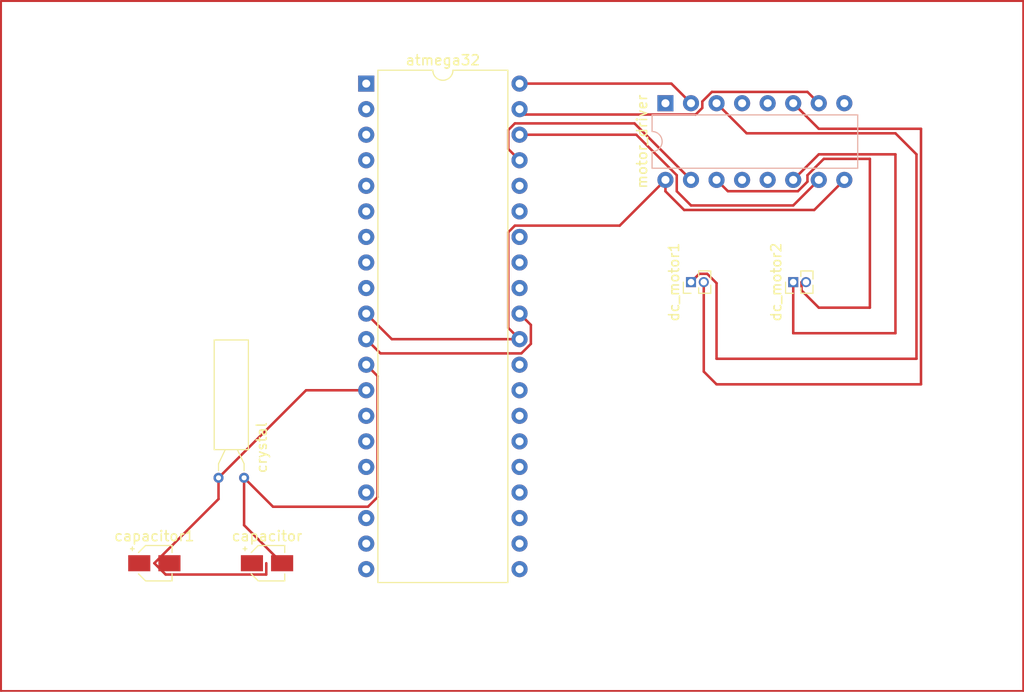
<source format=kicad_pcb>
(kicad_pcb (version 20211014) (generator pcbnew)
  (layers (0 "F.Cu" signal) (31 "B.Cu" signal) (34 "B.Paste" user) (35 "F.Paste" user) (36 "B.SilkS" user "B.Silkscreen") (37 "F.SilkS" user "F.Silkscreen") (38 "B.Mask" user) (39 "F.Mask" user) (44 "Edge.Cuts" user))
  (net 0 "")
  (net 1 "GND")
  (net 2 "Net-(C1-Pad2)")
  (net 3 "Net-(C2-Pad2)")
  (net 4 "Net-(M1-Pad1)")
  (net 5 "Net-(M1-Pad2)")
  (net 6 "Net-(M2-Pad1)")
  (net 7 "Net-(M2-Pad2)")
  (net 17 "+5V")
  (net 18 "Net-(U1-Pad11)")
  (net 40 "Net-(U1-Pad37)")
  (net 41 "Net-(U1-Pad38)")
  (net 42 "Net-(U1-Pad39)")
  (net 43 "Net-(U1-Pad40)")
  (net 46 "+12V")
  (footprint "Connector_PinHeader_1.27mm:PinHeader_1x02_P1.27mm_Vertical" (layer "F.Cu") (at 162.56 78.74 90)
    (fp_text reference "dc_motor2" (at 0 -1.695 90) (layer "F.SilkS"))
    (fp_text value "Motor_DC")
    (fp_line (start 0.563471 0.76) (end 1.11 0.76) (layer "F.SilkS") (width 0.12))
    (fp_line (start -1.11 0.76) (end -1.11 1.965) (layer "F.SilkS") (width 0.12))
    (fp_line (start -1.11 0.76) (end -0.563471 0.76) (layer "F.SilkS") (width 0.12))
    (fp_line (start -1.11 1.965) (end -0.30753 1.965) (layer "F.SilkS") (width 0.12))
    (fp_line (start -1.11 0) (end -1.11 -0.76) (layer "F.SilkS") (width 0.12))
    (fp_line (start 0.30753 1.965) (end 1.11 1.965) (layer "F.SilkS") (width 0.12))
    (fp_line (start 1.11 0.76) (end 1.11 1.965) (layer "F.SilkS") (width 0.12))
    (fp_line (start -1.11 -0.76) (end 0 -0.76) (layer "F.SilkS") (width 0.12))
    (pad "1" thru_hole rect (at 0 0 90) (size 1 1) (drill 0.65) (layers *.Cu *.Mask) (net 6 "Net-(M2-Pad1)"))
    (pad "2" thru_hole oval (at 0 1.27 90) (size 1 1) (drill 0.65) (layers *.Cu *.Mask) (net 7 "Net-(M2-Pad2)"))
  )
  (footprint "Package_DIP:DIP-40_W15.24mm" (layer "F.Cu") (at 120.12 59.01)
    (fp_text reference "atmega32" (at 7.62 -2.33) (layer "F.SilkS"))
    (fp_text value "ATmega32-16P")
    (fp_line (start 1.16 -1.33) (end 1.16 49.59) (layer "F.SilkS") (width 0.12))
    (fp_line (start 14.08 49.59) (end 14.08 -1.33) (layer "F.SilkS") (width 0.12))
    (fp_line (start 14.08 -1.33) (end 8.62 -1.33) (layer "F.SilkS") (width 0.12))
    (fp_line (start 1.16 49.59) (end 14.08 49.59) (layer "F.SilkS") (width 0.12))
    (fp_line (start 6.62 -1.33) (end 1.16 -1.33) (layer "F.SilkS") (width 0.12))
    (fp_arc (start 8.62 -1.33) (mid 7.62 -0.33) (end 6.62 -1.33) (layer "F.SilkS") (width 0.12))
    (pad "1" thru_hole rect (at 0 0) (size 1.6 1.6) (drill 0.8) (layers *.Cu *.Mask))
    (pad "2" thru_hole oval (at 0 2.54) (size 1.6 1.6) (drill 0.8) (layers *.Cu *.Mask))
    (pad "3" thru_hole oval (at 0 5.08) (size 1.6 1.6) (drill 0.8) (layers *.Cu *.Mask))
    (pad "4" thru_hole oval (at 0 7.62) (size 1.6 1.6) (drill 0.8) (layers *.Cu *.Mask))
    (pad "5" thru_hole oval (at 0 10.16) (size 1.6 1.6) (drill 0.8) (layers *.Cu *.Mask))
    (pad "6" thru_hole oval (at 0 12.7) (size 1.6 1.6) (drill 0.8) (layers *.Cu *.Mask))
    (pad "7" thru_hole oval (at 0 15.24) (size 1.6 1.6) (drill 0.8) (layers *.Cu *.Mask))
    (pad "8" thru_hole oval (at 0 17.78) (size 1.6 1.6) (drill 0.8) (layers *.Cu *.Mask))
    (pad "9" thru_hole oval (at 0 20.32) (size 1.6 1.6) (drill 0.8) (layers *.Cu *.Mask))
    (pad "10" thru_hole oval (at 0 22.86) (size 1.6 1.6) (drill 0.8) (layers *.Cu *.Mask) (net 17 "+5V"))
    (pad "11" thru_hole oval (at 0 25.4) (size 1.6 1.6) (drill 0.8) (layers *.Cu *.Mask) (net 18 "Net-(U1-Pad11)"))
    (pad "12" thru_hole oval (at 0 27.94) (size 1.6 1.6) (drill 0.8) (layers *.Cu *.Mask) (net 2 "Net-(C1-Pad2)"))
    (pad "13" thru_hole oval (at 0 30.48) (size 1.6 1.6) (drill 0.8) (layers *.Cu *.Mask) (net 3 "Net-(C2-Pad2)"))
    (pad "14" thru_hole oval (at 0 33.02) (size 1.6 1.6) (drill 0.8) (layers *.Cu *.Mask))
    (pad "15" thru_hole oval (at 0 35.56) (size 1.6 1.6) (drill 0.8) (layers *.Cu *.Mask))
    (pad "16" thru_hole oval (at 0 38.1) (size 1.6 1.6) (drill 0.8) (layers *.Cu *.Mask))
    (pad "17" thru_hole oval (at 0 40.64) (size 1.6 1.6) (drill 0.8) (layers *.Cu *.Mask))
    (pad "18" thru_hole oval (at 0 43.18) (size 1.6 1.6) (drill 0.8) (layers *.Cu *.Mask))
    (pad "19" thru_hole oval (at 0 45.72) (size 1.6 1.6) (drill 0.8) (layers *.Cu *.Mask))
    (pad "20" thru_hole oval (at 0 48.26) (size 1.6 1.6) (drill 0.8) (layers *.Cu *.Mask))
    (pad "21" thru_hole oval (at 15.24 48.26) (size 1.6 1.6) (drill 0.8) (layers *.Cu *.Mask))
    (pad "22" thru_hole oval (at 15.24 45.72) (size 1.6 1.6) (drill 0.8) (layers *.Cu *.Mask))
    (pad "23" thru_hole oval (at 15.24 43.18) (size 1.6 1.6) (drill 0.8) (layers *.Cu *.Mask))
    (pad "24" thru_hole oval (at 15.24 40.64) (size 1.6 1.6) (drill 0.8) (layers *.Cu *.Mask))
    (pad "25" thru_hole oval (at 15.24 38.1) (size 1.6 1.6) (drill 0.8) (layers *.Cu *.Mask))
    (pad "26" thru_hole oval (at 15.24 35.56) (size 1.6 1.6) (drill 0.8) (layers *.Cu *.Mask))
    (pad "27" thru_hole oval (at 15.24 33.02) (size 1.6 1.6) (drill 0.8) (layers *.Cu *.Mask))
    (pad "28" thru_hole oval (at 15.24 30.48) (size 1.6 1.6) (drill 0.8) (layers *.Cu *.Mask))
    (pad "29" thru_hole oval (at 15.24 27.94) (size 1.6 1.6) (drill 0.8) (layers *.Cu *.Mask))
    (pad "30" thru_hole oval (at 15.24 25.4) (size 1.6 1.6) (drill 0.8) (layers *.Cu *.Mask) (net 17 "+5V"))
    (pad "31" thru_hole oval (at 15.24 22.86) (size 1.6 1.6) (drill 0.8) (layers *.Cu *.Mask) (net 18 "Net-(U1-Pad11)"))
    (pad "32" thru_hole oval (at 15.24 20.32) (size 1.6 1.6) (drill 0.8) (layers *.Cu *.Mask))
    (pad "33" thru_hole oval (at 15.24 17.78) (size 1.6 1.6) (drill 0.8) (layers *.Cu *.Mask))
    (pad "34" thru_hole oval (at 15.24 15.24) (size 1.6 1.6) (drill 0.8) (layers *.Cu *.Mask))
    (pad "35" thru_hole oval (at 15.24 12.7) (size 1.6 1.6) (drill 0.8) (layers *.Cu *.Mask))
    (pad "36" thru_hole oval (at 15.24 10.16) (size 1.6 1.6) (drill 0.8) (layers *.Cu *.Mask))
    (pad "37" thru_hole oval (at 15.24 7.62) (size 1.6 1.6) (drill 0.8) (layers *.Cu *.Mask) (net 40 "Net-(U1-Pad37)"))
    (pad "38" thru_hole oval (at 15.24 5.08) (size 1.6 1.6) (drill 0.8) (layers *.Cu *.Mask) (net 41 "Net-(U1-Pad38)"))
    (pad "39" thru_hole oval (at 15.24 2.54) (size 1.6 1.6) (drill 0.8) (layers *.Cu *.Mask) (net 42 "Net-(U1-Pad39)"))
    (pad "40" thru_hole oval (at 15.24 0) (size 1.6 1.6) (drill 0.8) (layers *.Cu *.Mask) (net 43 "Net-(U1-Pad40)"))
  )
  (footprint "Crystal:Crystal_AT310_D3.0mm_L10.0mm_Horizontal" (layer "F.Cu") (at 107.98 98.19 180)
    (fp_text reference "crystal" (at -1.75 3 90) (layer "F.SilkS"))
    (fp_text value "Crystal")
    (fp_line (start 1.87 2.8) (end 2.54 1.4) (layer "F.SilkS") (width 0.12))
    (fp_line (start 0 1.4) (end 0 0.7) (layer "F.SilkS") (width 0.12))
    (fp_line (start 2.97 2.8) (end -0.43 2.8) (layer "F.SilkS") (width 0.12))
    (fp_line (start 0.67 2.8) (end 0 1.4) (layer "F.SilkS") (width 0.12))
    (fp_line (start 2.54 1.4) (end 2.54 0.7) (layer "F.SilkS") (width 0.12))
    (fp_line (start 2.97 13.7) (end 2.97 2.8) (layer "F.SilkS") (width 0.12))
    (fp_line (start -0.43 13.7) (end 2.97 13.7) (layer "F.SilkS") (width 0.12))
    (fp_line (start -0.43 2.8) (end -0.43 13.7) (layer "F.SilkS") (width 0.12))
    (pad "1" thru_hole circle (at 0 0 180) (size 1 1) (drill 0.5) (layers *.Cu *.Mask) (net 2 "Net-(C1-Pad2)"))
    (pad "2" thru_hole circle (at 2.54 0 180) (size 1 1) (drill 0.5) (layers *.Cu *.Mask) (net 3 "Net-(C2-Pad2)"))
  )
  (footprint "Capacitor_SMD:CP_Elec_3x5.3" (layer "F.Cu") (at 110.26 106.68)
    (fp_text reference "capacitor" (at 0 -2.7) (layer "F.SilkS"))
    (fp_text value "C_Polarized_US")
    (fp_line (start -1.570563 1.06) (end -0.870563 1.76) (layer "F.SilkS") (width 0.12))
    (fp_line (start 1.76 1.76) (end 1.76 1.06) (layer "F.SilkS") (width 0.12))
    (fp_line (start -2.375 -1.435) (end -2 -1.435) (layer "F.SilkS") (width 0.12))
    (fp_line (start -2.1875 -1.6225) (end -2.1875 -1.2475) (layer "F.SilkS") (width 0.12))
    (fp_line (start -0.870563 1.76) (end 1.76 1.76) (layer "F.SilkS") (width 0.12))
    (fp_line (start 1.76 -1.76) (end 1.76 -1.06) (layer "F.SilkS") (width 0.12))
    (fp_line (start -0.870563 -1.76) (end 1.76 -1.76) (layer "F.SilkS") (width 0.12))
    (fp_line (start -1.570563 -1.06) (end -0.870563 -1.76) (layer "F.SilkS") (width 0.12))
    (pad "1" smd rect (at -1.5 0) (size 2.2 1.6) (layers "F.Cu" "F.Paste" "F.Mask") (net 1 "GND"))
    (pad "2" smd rect (at 1.5 0) (size 2.2 1.6) (layers "F.Cu" "F.Paste" "F.Mask") (net 2 "Net-(C1-Pad2)"))
  )
  (footprint "Connector_PinHeader_1.27mm:PinHeader_1x02_P1.27mm_Vertical" (layer "F.Cu") (at 152.4 78.74 90)
    (fp_text reference "dc_motor1" (at 0 -1.695 90) (layer "F.SilkS"))
    (fp_text value "Motor_DC")
    (fp_line (start 1.11 0.76) (end 1.11 1.965) (layer "F.SilkS") (width 0.12))
    (fp_line (start -1.11 0.76) (end -0.563471 0.76) (layer "F.SilkS") (width 0.12))
    (fp_line (start 0.563471 0.76) (end 1.11 0.76) (layer "F.SilkS") (width 0.12))
    (fp_line (start 0.30753 1.965) (end 1.11 1.965) (layer "F.SilkS") (width 0.12))
    (fp_line (start -1.11 -0.76) (end 0 -0.76) (layer "F.SilkS") (width 0.12))
    (fp_line (start -1.11 0) (end -1.11 -0.76) (layer "F.SilkS") (width 0.12))
    (fp_line (start -1.11 0.76) (end -1.11 1.965) (layer "F.SilkS") (width 0.12))
    (fp_line (start -1.11 1.965) (end -0.30753 1.965) (layer "F.SilkS") (width 0.12))
    (pad "1" thru_hole rect (at 0 0 90) (size 1 1) (drill 0.65) (layers *.Cu *.Mask) (net 4 "Net-(M1-Pad1)"))
    (pad "2" thru_hole oval (at 0 1.27 90) (size 1 1) (drill 0.65) (layers *.Cu *.Mask) (net 5 "Net-(M1-Pad2)"))
  )
  (footprint "Capacitor_SMD:CP_Elec_3x5.3" (layer "F.Cu") (at 99.06 106.68)
    (fp_text reference "capacitor1" (at 0 -2.7) (layer "F.SilkS"))
    (fp_text value "C_Polarized_US")
    (fp_line (start -0.870563 1.76) (end 1.76 1.76) (layer "F.SilkS") (width 0.12))
    (fp_line (start -2.1875 -1.6225) (end -2.1875 -1.2475) (layer "F.SilkS") (width 0.12))
    (fp_line (start 1.76 -1.76) (end 1.76 -1.06) (layer "F.SilkS") (width 0.12))
    (fp_line (start -1.570563 -1.06) (end -0.870563 -1.76) (layer "F.SilkS") (width 0.12))
    (fp_line (start -2.375 -1.435) (end -2 -1.435) (layer "F.SilkS") (width 0.12))
    (fp_line (start -1.570563 1.06) (end -0.870563 1.76) (layer "F.SilkS") (width 0.12))
    (fp_line (start 1.76 1.76) (end 1.76 1.06) (layer "F.SilkS") (width 0.12))
    (fp_line (start -0.870563 -1.76) (end 1.76 -1.76) (layer "F.SilkS") (width 0.12))
    (pad "1" smd rect (at -1.5 0) (size 2.2 1.6) (layers "F.Cu" "F.Paste" "F.Mask") (net 1 "GND"))
    (pad "2" smd rect (at 1.5 0) (size 2.2 1.6) (layers "F.Cu" "F.Paste" "F.Mask") (net 3 "Net-(C2-Pad2)"))
  )
  (footprint "Package_DIP:DIP-16_W7.62mm" (layer "B.Cu") (at 149.86 60.96 -90)
    (fp_text reference "motor_driver" (at 3.81 2.33 -270) (layer "F.SilkS"))
    (fp_text value "L293D")
    (fp_line (start 1.16 -19.11) (end 6.46 -19.11) (layer "B.SilkS") (width 0.12))
    (fp_line (start 1.16 1.33) (end 1.16 -19.11) (layer "B.SilkS") (width 0.12))
    (fp_line (start 2.81 1.33) (end 1.16 1.33) (layer "B.SilkS") (width 0.12))
    (fp_line (start 6.46 -19.11) (end 6.46 1.33) (layer "B.SilkS") (width 0.12))
    (fp_line (start 6.46 1.33) (end 4.81 1.33) (layer "B.SilkS") (width 0.12))
    (fp_arc (start 2.81 1.33) (mid 3.81 0.33) (end 4.81 1.33) (layer "B.SilkS") (width 0.12))
    (pad "1" thru_hole rect (at 0 0 270) (size 1.6 1.6) (drill 0.8) (layers *.Cu *.Mask) (net 17 "+5V"))
    (pad "2" thru_hole oval (at 0 -2.54 270) (size 1.6 1.6) (drill 0.8) (layers *.Cu *.Mask) (net 43 "Net-(U1-Pad40)"))
    (pad "3" thru_hole oval (at 0 -5.08 270) (size 1.6 1.6) (drill 0.8) (layers *.Cu *.Mask) (net 4 "Net-(M1-Pad1)"))
    (pad "4" thru_hole oval (at 0 -7.62 270) (size 1.6 1.6) (drill 0.8) (layers *.Cu *.Mask))
    (pad "5" thru_hole oval (at 0 -10.16 270) (size 1.6 1.6) (drill 0.8) (layers *.Cu *.Mask))
    (pad "6" thru_hole oval (at 0 -12.7 270) (size 1.6 1.6) (drill 0.8) (layers *.Cu *.Mask) (net 5 "Net-(M1-Pad2)"))
    (pad "7" thru_hole oval (at 0 -15.24 270) (size 1.6 1.6) (drill 0.8) (layers *.Cu *.Mask) (net 42 "Net-(U1-Pad39)"))
    (pad "8" thru_hole oval (at 0 -17.78 270) (size 1.6 1.6) (drill 0.8) (layers *.Cu *.Mask) (net 46 "+12V"))
    (pad "9" thru_hole oval (at 7.62 -17.78 270) (size 1.6 1.6) (drill 0.8) (layers *.Cu *.Mask) (net 17 "+5V"))
    (pad "10" thru_hole oval (at 7.62 -15.24 270) (size 1.6 1.6) (drill 0.8) (layers *.Cu *.Mask) (net 41 "Net-(U1-Pad38)"))
    (pad "11" thru_hole oval (at 7.62 -12.7 270) (size 1.6 1.6) (drill 0.8) (layers *.Cu *.Mask) (net 6 "Net-(M2-Pad1)"))
    (pad "12" thru_hole oval (at 7.62 -10.16 270) (size 1.6 1.6) (drill 0.8) (layers *.Cu *.Mask))
    (pad "13" thru_hole oval (at 7.62 -7.62 270) (size 1.6 1.6) (drill 0.8) (layers *.Cu *.Mask))
    (pad "14" thru_hole oval (at 7.62 -5.08 270) (size 1.6 1.6) (drill 0.8) (layers *.Cu *.Mask) (net 7 "Net-(M2-Pad2)"))
    (pad "15" thru_hole oval (at 7.62 -2.54 270) (size 1.6 1.6) (drill 0.8) (layers *.Cu *.Mask) (net 40 "Net-(U1-Pad37)"))
    (pad "16" thru_hole oval (at 7.62 0 270) (size 1.6 1.6) (drill 0.8) (layers *.Cu *.Mask) (net 17 "+5V"))
  )
  (gr_line (start 83.82 50.8) (end 88.9 50.8) (layer "F.Cu") (width 0.2))
  (gr_line (start 83.82 119.38) (end 83.82 50.8) (layer "F.Cu") (width 0.2))
  (gr_line (start 185.42 119.38) (end 83.82 119.38) (layer "F.Cu") (width 0.2))
  (gr_line (start 185.42 50.8) (end 185.42 119.38) (layer "F.Cu") (width 0.2))
  (gr_line (start 88.9 50.8) (end 185.42 50.8) (layer "F.Cu") (width 0.2))
  (segment (start 107.98 102.9) (end 111.76 106.68) (width 0.25) (layer "F.Cu") (net 2))
  (segment (start 121.244511 100.115789) (end 121.244511 88.074511) (width 0.25) (layer "F.Cu") (net 2))
  (segment (start 110.855489 101.065489) (end 120.294811 101.065489) (width 0.25) (layer "F.Cu") (net 2))
  (segment (start 121.244511 88.074511) (end 120.12 86.95) (width 0.25) (layer "F.Cu") (net 2))
  (segment (start 107.98 98.19) (end 107.98 102.9) (width 0.25) (layer "F.Cu") (net 2))
  (segment (start 107.98 98.19) (end 110.855489 101.065489) (width 0.25) (layer "F.Cu") (net 2))
  (segment (start 120.294811 101.065489) (end 121.244511 100.115789) (width 0.25) (layer "F.Cu") (net 2))
  (segment (start 110.184511 107.804511) (end 110.184511 106.68) (width 0.25) (layer "F.Cu") (net 3))
  (segment (start 105.44 100.3) (end 99.06 106.68) (width 0.25) (layer "F.Cu") (net 3))
  (segment (start 105.44 98.19) (end 114.14 89.49) (width 0.25) (layer "F.Cu") (net 3))
  (segment (start 99.06 106.68) (end 100.184511 107.804511) (width 0.25) (layer "F.Cu") (net 3))
  (segment (start 114.14 89.49) (end 120.12 89.49) (width 0.25) (layer "F.Cu") (net 3))
  (segment (start 105.44 98.19) (end 105.44 100.3) (width 0.25) (layer "F.Cu") (net 3))
  (segment (start 100.184511 107.804511) (end 110.184511 107.804511) (width 0.25) (layer "F.Cu") (net 3))
  (segment (start 154.94 60.96) (end 157.92952 63.94952) (width 0.25) (layer "F.Cu") (net 4))
  (segment (start 154.011525 77.915489) (end 153.224511 77.915489) (width 0.25) (layer "F.Cu") (net 4))
  (segment (start 172.72 63.94952) (end 174.81048 66.04) (width 0.25) (layer "F.Cu") (net 4))
  (segment (start 174.81048 66.04) (end 174.81048 86.36) (width 0.25) (layer "F.Cu") (net 4))
  (segment (start 154.94 78.843964) (end 154.011525 77.915489) (width 0.25) (layer "F.Cu") (net 4))
  (segment (start 154.94 86.36) (end 154.94 78.843964) (width 0.25) (layer "F.Cu") (net 4))
  (segment (start 157.92952 63.94952) (end 172.72 63.94952) (width 0.25) (layer "F.Cu") (net 4))
  (segment (start 153.224511 77.915489) (end 152.4 78.74) (width 0.25) (layer "F.Cu") (net 4))
  (segment (start 174.81048 86.36) (end 154.94 86.36) (width 0.25) (layer "F.Cu") (net 4))
  (segment (start 165.1 63.5) (end 175.26 63.5) (width 0.25) (layer "F.Cu") (net 5))
  (segment (start 175.26 63.5) (end 175.26 88.9) (width 0.25) (layer "F.Cu") (net 5))
  (segment (start 162.56 60.96) (end 165.1 63.5) (width 0.25) (layer "F.Cu") (net 5))
  (segment (start 153.67 87.63) (end 153.67 78.74) (width 0.25) (layer "F.Cu") (net 5))
  (segment (start 154.94 88.9) (end 153.67 87.63) (width 0.25) (layer "F.Cu") (net 5))
  (segment (start 175.26 88.9) (end 154.94 88.9) (width 0.25) (layer "F.Cu") (net 5))
  (segment (start 165.1 66.04) (end 172.72 66.04) (width 0.25) (layer "F.Cu") (net 6))
  (segment (start 162.56 68.58) (end 165.1 66.04) (width 0.25) (layer "F.Cu") (net 6))
  (segment (start 162.56 83.82) (end 162.56 78.74) (width 0.25) (layer "F.Cu") (net 6))
  (segment (start 172.72 66.04) (end 172.72 83.82) (width 0.25) (layer "F.Cu") (net 6))
  (segment (start 172.72 83.82) (end 162.56 83.82) (width 0.25) (layer "F.Cu") (net 6))
  (segment (start 163.975489 68.754811) (end 163.975489 68.114211) (width 0.25) (layer "F.Cu") (net 7))
  (segment (start 163.384511 78.74) (end 163.83 78.74) (width 0.25) (layer "F.Cu") (net 7))
  (segment (start 163.025789 69.704511) (end 163.975489 68.754811) (width 0.25) (layer "F.Cu") (net 7))
  (segment (start 156.064511 69.704511) (end 163.025789 69.704511) (width 0.25) (layer "F.Cu") (net 7))
  (segment (start 170.18 81.28) (end 165.1 81.28) (width 0.25) (layer "F.Cu") (net 7))
  (segment (start 165.60018 66.48952) (end 170.18 66.48952) (width 0.25) (layer "F.Cu") (net 7))
  (segment (start 163.384511 79.564511) (end 163.384511 78.74) (width 0.25) (layer "F.Cu") (net 7))
  (segment (start 170.18 66.48952) (end 170.18 81.28) (width 0.25) (layer "F.Cu") (net 7))
  (segment (start 165.1 81.28) (end 163.384511 79.564511) (width 0.25) (layer "F.Cu") (net 7))
  (segment (start 163.975489 68.114211) (end 165.60018 66.48952) (width 0.25) (layer "F.Cu") (net 7))
  (segment (start 154.94 68.58) (end 156.064511 69.704511) (width 0.25) (layer "F.Cu") (net 7))
  (segment (start 145.314511 73.125489) (end 134.894211 73.125489) (width 0.25) (layer "F.Cu") (net 17))
  (segment (start 122.66 84.41) (end 120.12 81.87) (width 0.25) (layer "F.Cu") (net 17))
  (segment (start 151.71815 71.56952) (end 164.65048 71.56952) (width 0.25) (layer "F.Cu") (net 17))
  (segment (start 134.894211 73.125489) (end 134.235489 73.784211) (width 0.25) (layer "F.Cu") (net 17))
  (segment (start 134.235489 73.784211) (end 134.235489 83.285489) (width 0.25) (layer "F.Cu") (net 17))
  (segment (start 135.36 84.41) (end 122.66 84.41) (width 0.25) (layer "F.Cu") (net 17))
  (segment (start 149.86 68.58) (end 149.86 69.71137) (width 0.25) (layer "F.Cu") (net 17))
  (segment (start 149.86 69.71137) (end 151.71815 71.56952) (width 0.25) (layer "F.Cu") (net 17))
  (segment (start 134.235489 83.285489) (end 135.36 84.41) (width 0.25) (layer "F.Cu") (net 17))
  (segment (start 164.65048 71.56952) (end 167.64 68.58) (width 0.25) (layer "F.Cu") (net 17))
  (segment (start 149.86 68.58) (end 145.314511 73.125489) (width 0.25) (layer "F.Cu") (net 17))
  (segment (start 135.534811 85.825489) (end 121.535489 85.825489) (width 0.25) (layer "F.Cu") (net 18))
  (segment (start 136.484511 82.994511) (end 136.484511 84.875789) (width 0.25) (layer "F.Cu") (net 18))
  (segment (start 135.36 81.87) (end 136.484511 82.994511) (width 0.25) (layer "F.Cu") (net 18))
  (segment (start 121.535489 85.825489) (end 120.12 84.41) (width 0.25) (layer "F.Cu") (net 18))
  (segment (start 136.484511 84.875789) (end 135.534811 85.825489) (width 0.25) (layer "F.Cu") (net 18))
  (segment (start 146.785489 62.965489) (end 134.894211 62.965489) (width 0.25) (layer "F.Cu") (net 40))
  (segment (start 134.894211 62.965489) (end 134.235489 63.624211) (width 0.25) (layer "F.Cu") (net 40))
  (segment (start 134.235489 63.624211) (end 134.235489 65.505489) (width 0.25) (layer "F.Cu") (net 40))
  (segment (start 134.235489 65.505489) (end 135.36 66.63) (width 0.25) (layer "F.Cu") (net 40))
  (segment (start 152.4 68.58) (end 146.785489 62.965489) (width 0.25) (layer "F.Cu") (net 40))
  (segment (start 150.984511 69.704511) (end 150.984511 68.114211) (width 0.25) (layer "F.Cu") (net 41))
  (segment (start 152.4 71.12) (end 150.984511 69.704511) (width 0.25) (layer "F.Cu") (net 41))
  (segment (start 165.1 68.58) (end 162.56 71.12) (width 0.25) (layer "F.Cu") (net 41))
  (segment (start 150.984511 68.114211) (end 146.9603 64.09) (width 0.25) (layer "F.Cu") (net 41))
  (segment (start 162.56 71.12) (end 152.4 71.12) (width 0.25) (layer "F.Cu") (net 41))
  (segment (start 146.9603 64.09) (end 135.36 64.09) (width 0.25) (layer "F.Cu") (net 41))
  (segment (start 165.1 60.96) (end 163.975489 59.835489) (width 0.25) (layer "F.Cu") (net 42))
  (segment (start 154.474211 59.835489) (end 153.524511 60.785189) (width 0.25) (layer "F.Cu") (net 42))
  (segment (start 153.524511 61.425789) (end 152.865789 62.084511) (width 0.25) (layer "F.Cu") (net 42))
  (segment (start 152.865789 62.084511) (end 135.894511 62.084511) (width 0.25) (layer "F.Cu") (net 42))
  (segment (start 153.524511 60.785189) (end 153.524511 61.425789) (width 0.25) (layer "F.Cu") (net 42))
  (segment (start 135.894511 62.084511) (end 135.36 61.55) (width 0.25) (layer "F.Cu") (net 42))
  (segment (start 163.975489 59.835489) (end 154.474211 59.835489) (width 0.25) (layer "F.Cu") (net 42))
  (segment (start 150.45 59.01) (end 135.36 59.01) (width 0.25) (layer "F.Cu") (net 43))
  (segment (start 152.4 60.96) (end 150.45 59.01) (width 0.25) (layer "F.Cu") (net 43))
)
</source>
